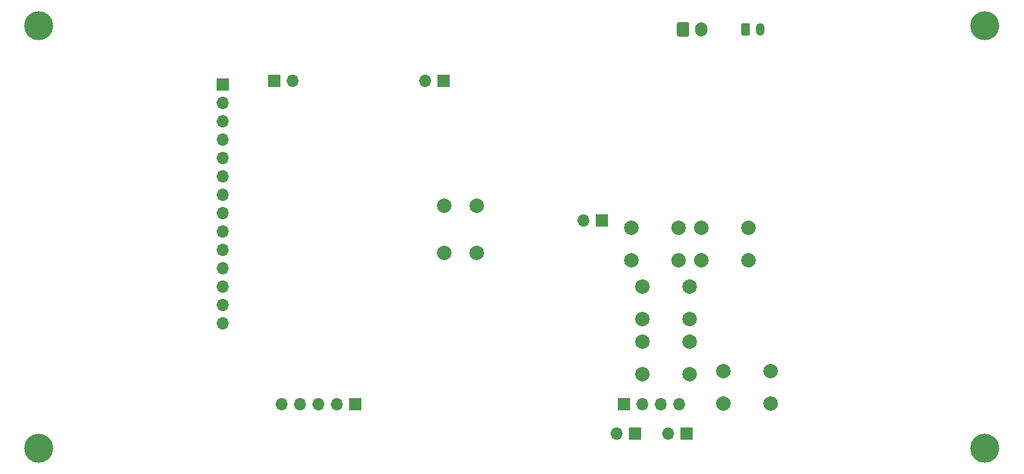
<source format=gbr>
%TF.GenerationSoftware,KiCad,Pcbnew,(5.1.8)-1*%
%TF.CreationDate,2021-03-21T17:29:55+01:00*%
%TF.ProjectId,schema_v1,73636865-6d61-45f7-9631-2e6b69636164,rev?*%
%TF.SameCoordinates,Original*%
%TF.FileFunction,Soldermask,Bot*%
%TF.FilePolarity,Negative*%
%FSLAX46Y46*%
G04 Gerber Fmt 4.6, Leading zero omitted, Abs format (unit mm)*
G04 Created by KiCad (PCBNEW (5.1.8)-1) date 2021-03-21 17:29:55*
%MOMM*%
%LPD*%
G01*
G04 APERTURE LIST*
%ADD10C,4.000000*%
%ADD11O,1.700000X1.700000*%
%ADD12R,1.700000X1.700000*%
%ADD13O,1.700000X2.000000*%
%ADD14C,2.000000*%
%ADD15O,1.200000X1.750000*%
G04 APERTURE END LIST*
D10*
%TO.C,.*%
X213360000Y-114808000D03*
%TD*%
%TO.C,.*%
X213360000Y-56388000D03*
%TD*%
%TO.C,.*%
X82804000Y-56388000D03*
%TD*%
%TO.C,.*%
X82804000Y-114808000D03*
%TD*%
D11*
%TO.C,U9*%
X108204000Y-97536000D03*
X108204000Y-94996000D03*
X108204000Y-92456000D03*
X108204000Y-89916000D03*
X108204000Y-87376000D03*
X108204000Y-84836000D03*
X108204000Y-82296000D03*
X108204000Y-79756000D03*
X108204000Y-77216000D03*
X108204000Y-74676000D03*
X108204000Y-72136000D03*
X108204000Y-69596000D03*
X108204000Y-67056000D03*
D12*
X108204000Y-64516000D03*
%TD*%
D13*
%TO.C,SW9*%
X174204000Y-56896000D03*
G36*
G01*
X170854000Y-57646000D02*
X170854000Y-56146000D01*
G75*
G02*
X171104000Y-55896000I250000J0D01*
G01*
X172304000Y-55896000D01*
G75*
G02*
X172554000Y-56146000I0J-250000D01*
G01*
X172554000Y-57646000D01*
G75*
G02*
X172304000Y-57896000I-250000J0D01*
G01*
X171104000Y-57896000D01*
G75*
G02*
X170854000Y-57646000I0J250000D01*
G01*
G37*
%TD*%
D14*
%TO.C,SW6*%
X180744000Y-84328000D03*
X180744000Y-88828000D03*
X174244000Y-84328000D03*
X174244000Y-88828000D03*
%TD*%
%TO.C,SW5*%
X172616000Y-92456000D03*
X172616000Y-96956000D03*
X166116000Y-92456000D03*
X166116000Y-96956000D03*
%TD*%
%TO.C,SW4*%
X172616000Y-100076000D03*
X172616000Y-104576000D03*
X166116000Y-100076000D03*
X166116000Y-104576000D03*
%TD*%
%TO.C,SW3*%
X171092000Y-84328000D03*
X171092000Y-88828000D03*
X164592000Y-84328000D03*
X164592000Y-88828000D03*
%TD*%
%TO.C,SW2*%
X183792000Y-104140000D03*
X183792000Y-108640000D03*
X177292000Y-104140000D03*
X177292000Y-108640000D03*
%TD*%
%TO.C,SW1*%
X143256000Y-87780000D03*
X138756000Y-87780000D03*
X143256000Y-81280000D03*
X138756000Y-81280000D03*
%TD*%
D11*
%TO.C,LS2*%
X136144000Y-64008000D03*
D12*
X138684000Y-64008000D03*
%TD*%
D11*
%TO.C,LS1*%
X117856000Y-64008000D03*
D12*
X115316000Y-64008000D03*
%TD*%
D11*
%TO.C,JP8*%
X157988000Y-83312000D03*
D12*
X160528000Y-83312000D03*
%TD*%
D11*
%TO.C,JP6*%
X162560000Y-112776000D03*
D12*
X165100000Y-112776000D03*
%TD*%
D11*
%TO.C,JP5*%
X169672000Y-112776000D03*
D12*
X172212000Y-112776000D03*
%TD*%
D11*
%TO.C,J3*%
X116332000Y-108712000D03*
X118872000Y-108712000D03*
X121412000Y-108712000D03*
X123952000Y-108712000D03*
D12*
X126492000Y-108712000D03*
%TD*%
D11*
%TO.C,J1*%
X171196000Y-108712000D03*
X168656000Y-108712000D03*
X166116000Y-108712000D03*
D12*
X163576000Y-108712000D03*
%TD*%
D15*
%TO.C,BT3*%
X182340000Y-56896000D03*
G36*
G01*
X179740000Y-57521001D02*
X179740000Y-56270999D01*
G75*
G02*
X179989999Y-56021000I249999J0D01*
G01*
X180690001Y-56021000D01*
G75*
G02*
X180940000Y-56270999I0J-249999D01*
G01*
X180940000Y-57521001D01*
G75*
G02*
X180690001Y-57771000I-249999J0D01*
G01*
X179989999Y-57771000D01*
G75*
G02*
X179740000Y-57521001I0J249999D01*
G01*
G37*
%TD*%
M02*

</source>
